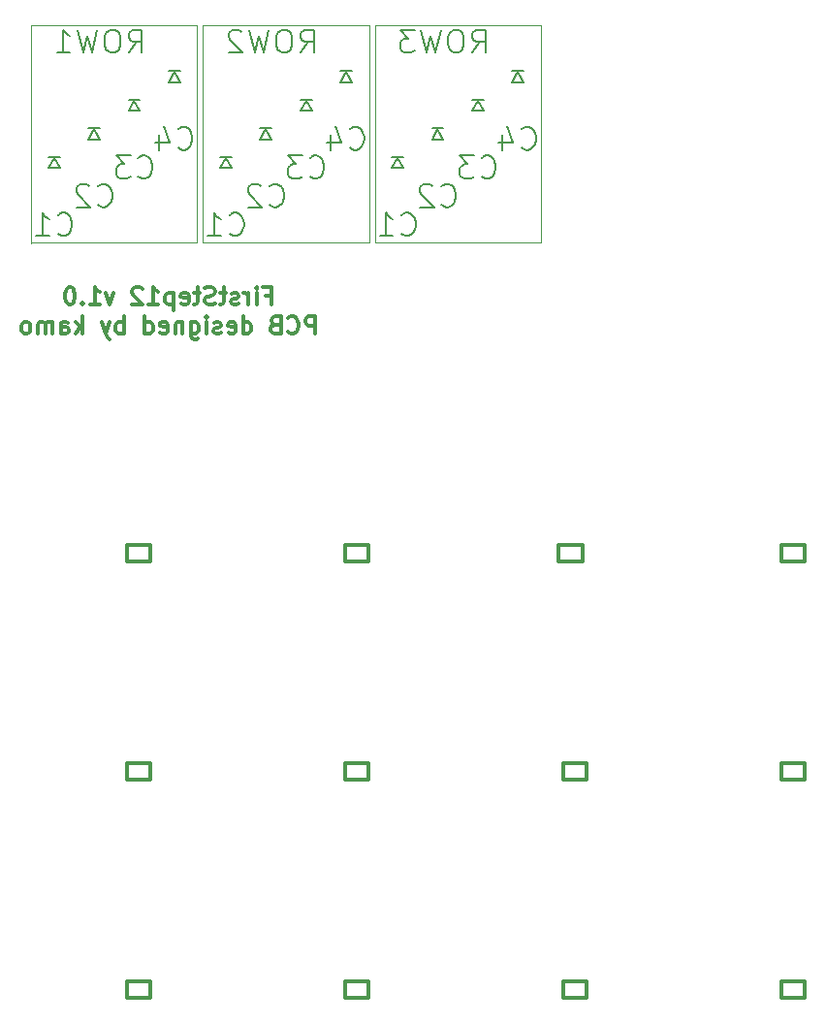
<source format=gbo>
G04 #@! TF.GenerationSoftware,KiCad,Pcbnew,5.1.6*
G04 #@! TF.CreationDate,2020-06-26T00:36:41+09:00*
G04 #@! TF.ProjectId,firststep12,66697273-7473-4746-9570-31322e6b6963,rev?*
G04 #@! TF.SameCoordinates,Original*
G04 #@! TF.FileFunction,Legend,Bot*
G04 #@! TF.FilePolarity,Positive*
%FSLAX46Y46*%
G04 Gerber Fmt 4.6, Leading zero omitted, Abs format (unit mm)*
G04 Created by KiCad (PCBNEW 5.1.6) date 2020-06-26 00:36:41*
%MOMM*%
%LPD*%
G01*
G04 APERTURE LIST*
%ADD10C,0.120000*%
%ADD11C,0.150000*%
%ADD12C,0.300000*%
%ADD13C,4.900000*%
%ADD14R,1.700000X1.100000*%
%ADD15R,1.497000X1.497000*%
%ADD16C,1.497000*%
%ADD17C,4.100000*%
%ADD18C,2.000000*%
%ADD19O,2.600000X2.100000*%
%ADD20C,2.100000*%
%ADD21C,1.624000*%
G04 APERTURE END LIST*
D10*
X116090000Y-66965000D02*
X116090000Y-47965000D01*
X130590000Y-66965000D02*
X116090000Y-66965000D01*
X116090000Y-47965000D02*
X130590000Y-47965000D01*
X130590000Y-47965000D02*
X130590000Y-66965000D01*
D11*
X128923333Y-58679285D02*
X129018571Y-58774523D01*
X129304285Y-58869761D01*
X129494761Y-58869761D01*
X129780476Y-58774523D01*
X129970952Y-58584047D01*
X130066190Y-58393571D01*
X130161428Y-58012619D01*
X130161428Y-57726904D01*
X130066190Y-57345952D01*
X129970952Y-57155476D01*
X129780476Y-56965000D01*
X129494761Y-56869761D01*
X129304285Y-56869761D01*
X129018571Y-56965000D01*
X128923333Y-57060238D01*
X127209047Y-57536428D02*
X127209047Y-58869761D01*
X127685238Y-56774523D02*
X128161428Y-58203095D01*
X126923333Y-58203095D01*
X125423333Y-61179285D02*
X125518571Y-61274523D01*
X125804285Y-61369761D01*
X125994761Y-61369761D01*
X126280476Y-61274523D01*
X126470952Y-61084047D01*
X126566190Y-60893571D01*
X126661428Y-60512619D01*
X126661428Y-60226904D01*
X126566190Y-59845952D01*
X126470952Y-59655476D01*
X126280476Y-59465000D01*
X125994761Y-59369761D01*
X125804285Y-59369761D01*
X125518571Y-59465000D01*
X125423333Y-59560238D01*
X124756666Y-59369761D02*
X123518571Y-59369761D01*
X124185238Y-60131666D01*
X123899523Y-60131666D01*
X123709047Y-60226904D01*
X123613809Y-60322142D01*
X123518571Y-60512619D01*
X123518571Y-60988809D01*
X123613809Y-61179285D01*
X123709047Y-61274523D01*
X123899523Y-61369761D01*
X124470952Y-61369761D01*
X124661428Y-61274523D01*
X124756666Y-61179285D01*
X121923333Y-63679285D02*
X122018571Y-63774523D01*
X122304285Y-63869761D01*
X122494761Y-63869761D01*
X122780476Y-63774523D01*
X122970952Y-63584047D01*
X123066190Y-63393571D01*
X123161428Y-63012619D01*
X123161428Y-62726904D01*
X123066190Y-62345952D01*
X122970952Y-62155476D01*
X122780476Y-61965000D01*
X122494761Y-61869761D01*
X122304285Y-61869761D01*
X122018571Y-61965000D01*
X121923333Y-62060238D01*
X121161428Y-62060238D02*
X121066190Y-61965000D01*
X120875714Y-61869761D01*
X120399523Y-61869761D01*
X120209047Y-61965000D01*
X120113809Y-62060238D01*
X120018571Y-62250714D01*
X120018571Y-62441190D01*
X120113809Y-62726904D01*
X121256666Y-63869761D01*
X120018571Y-63869761D01*
X118423333Y-66179285D02*
X118518571Y-66274523D01*
X118804285Y-66369761D01*
X118994761Y-66369761D01*
X119280476Y-66274523D01*
X119470952Y-66084047D01*
X119566190Y-65893571D01*
X119661428Y-65512619D01*
X119661428Y-65226904D01*
X119566190Y-64845952D01*
X119470952Y-64655476D01*
X119280476Y-64465000D01*
X118994761Y-64369761D01*
X118804285Y-64369761D01*
X118518571Y-64465000D01*
X118423333Y-64560238D01*
X116518571Y-66369761D02*
X117661428Y-66369761D01*
X117090000Y-66369761D02*
X117090000Y-64369761D01*
X117280476Y-64655476D01*
X117470952Y-64845952D01*
X117661428Y-64941190D01*
X124613809Y-50369761D02*
X125280476Y-49417380D01*
X125756666Y-50369761D02*
X125756666Y-48369761D01*
X124994761Y-48369761D01*
X124804285Y-48465000D01*
X124709047Y-48560238D01*
X124613809Y-48750714D01*
X124613809Y-49036428D01*
X124709047Y-49226904D01*
X124804285Y-49322142D01*
X124994761Y-49417380D01*
X125756666Y-49417380D01*
X123375714Y-48369761D02*
X122994761Y-48369761D01*
X122804285Y-48465000D01*
X122613809Y-48655476D01*
X122518571Y-49036428D01*
X122518571Y-49703095D01*
X122613809Y-50084047D01*
X122804285Y-50274523D01*
X122994761Y-50369761D01*
X123375714Y-50369761D01*
X123566190Y-50274523D01*
X123756666Y-50084047D01*
X123851904Y-49703095D01*
X123851904Y-49036428D01*
X123756666Y-48655476D01*
X123566190Y-48465000D01*
X123375714Y-48369761D01*
X121851904Y-48369761D02*
X121375714Y-50369761D01*
X120994761Y-48941190D01*
X120613809Y-50369761D01*
X120137619Y-48369761D01*
X119566190Y-48369761D02*
X118328095Y-48369761D01*
X118994761Y-49131666D01*
X118709047Y-49131666D01*
X118518571Y-49226904D01*
X118423333Y-49322142D01*
X118328095Y-49512619D01*
X118328095Y-49988809D01*
X118423333Y-50179285D01*
X118518571Y-50274523D01*
X118709047Y-50369761D01*
X119280476Y-50369761D01*
X119470952Y-50274523D01*
X119566190Y-50179285D01*
D10*
X115590000Y-47965000D02*
X115590000Y-66965000D01*
X101090000Y-66965000D02*
X101090000Y-47965000D01*
X101090000Y-47965000D02*
X115590000Y-47965000D01*
X115590000Y-66965000D02*
X101090000Y-66965000D01*
D11*
X113923333Y-58679285D02*
X114018571Y-58774523D01*
X114304285Y-58869761D01*
X114494761Y-58869761D01*
X114780476Y-58774523D01*
X114970952Y-58584047D01*
X115066190Y-58393571D01*
X115161428Y-58012619D01*
X115161428Y-57726904D01*
X115066190Y-57345952D01*
X114970952Y-57155476D01*
X114780476Y-56965000D01*
X114494761Y-56869761D01*
X114304285Y-56869761D01*
X114018571Y-56965000D01*
X113923333Y-57060238D01*
X112209047Y-57536428D02*
X112209047Y-58869761D01*
X112685238Y-56774523D02*
X113161428Y-58203095D01*
X111923333Y-58203095D01*
X110423333Y-61179285D02*
X110518571Y-61274523D01*
X110804285Y-61369761D01*
X110994761Y-61369761D01*
X111280476Y-61274523D01*
X111470952Y-61084047D01*
X111566190Y-60893571D01*
X111661428Y-60512619D01*
X111661428Y-60226904D01*
X111566190Y-59845952D01*
X111470952Y-59655476D01*
X111280476Y-59465000D01*
X110994761Y-59369761D01*
X110804285Y-59369761D01*
X110518571Y-59465000D01*
X110423333Y-59560238D01*
X109756666Y-59369761D02*
X108518571Y-59369761D01*
X109185238Y-60131666D01*
X108899523Y-60131666D01*
X108709047Y-60226904D01*
X108613809Y-60322142D01*
X108518571Y-60512619D01*
X108518571Y-60988809D01*
X108613809Y-61179285D01*
X108709047Y-61274523D01*
X108899523Y-61369761D01*
X109470952Y-61369761D01*
X109661428Y-61274523D01*
X109756666Y-61179285D01*
X106923333Y-63679285D02*
X107018571Y-63774523D01*
X107304285Y-63869761D01*
X107494761Y-63869761D01*
X107780476Y-63774523D01*
X107970952Y-63584047D01*
X108066190Y-63393571D01*
X108161428Y-63012619D01*
X108161428Y-62726904D01*
X108066190Y-62345952D01*
X107970952Y-62155476D01*
X107780476Y-61965000D01*
X107494761Y-61869761D01*
X107304285Y-61869761D01*
X107018571Y-61965000D01*
X106923333Y-62060238D01*
X106161428Y-62060238D02*
X106066190Y-61965000D01*
X105875714Y-61869761D01*
X105399523Y-61869761D01*
X105209047Y-61965000D01*
X105113809Y-62060238D01*
X105018571Y-62250714D01*
X105018571Y-62441190D01*
X105113809Y-62726904D01*
X106256666Y-63869761D01*
X105018571Y-63869761D01*
X103423333Y-66179285D02*
X103518571Y-66274523D01*
X103804285Y-66369761D01*
X103994761Y-66369761D01*
X104280476Y-66274523D01*
X104470952Y-66084047D01*
X104566190Y-65893571D01*
X104661428Y-65512619D01*
X104661428Y-65226904D01*
X104566190Y-64845952D01*
X104470952Y-64655476D01*
X104280476Y-64465000D01*
X103994761Y-64369761D01*
X103804285Y-64369761D01*
X103518571Y-64465000D01*
X103423333Y-64560238D01*
X101518571Y-66369761D02*
X102661428Y-66369761D01*
X102090000Y-66369761D02*
X102090000Y-64369761D01*
X102280476Y-64655476D01*
X102470952Y-64845952D01*
X102661428Y-64941190D01*
X109613809Y-50369761D02*
X110280476Y-49417380D01*
X110756666Y-50369761D02*
X110756666Y-48369761D01*
X109994761Y-48369761D01*
X109804285Y-48465000D01*
X109709047Y-48560238D01*
X109613809Y-48750714D01*
X109613809Y-49036428D01*
X109709047Y-49226904D01*
X109804285Y-49322142D01*
X109994761Y-49417380D01*
X110756666Y-49417380D01*
X108375714Y-48369761D02*
X107994761Y-48369761D01*
X107804285Y-48465000D01*
X107613809Y-48655476D01*
X107518571Y-49036428D01*
X107518571Y-49703095D01*
X107613809Y-50084047D01*
X107804285Y-50274523D01*
X107994761Y-50369761D01*
X108375714Y-50369761D01*
X108566190Y-50274523D01*
X108756666Y-50084047D01*
X108851904Y-49703095D01*
X108851904Y-49036428D01*
X108756666Y-48655476D01*
X108566190Y-48465000D01*
X108375714Y-48369761D01*
X106851904Y-48369761D02*
X106375714Y-50369761D01*
X105994761Y-48941190D01*
X105613809Y-50369761D01*
X105137619Y-48369761D01*
X104470952Y-48560238D02*
X104375714Y-48465000D01*
X104185238Y-48369761D01*
X103709047Y-48369761D01*
X103518571Y-48465000D01*
X103423333Y-48560238D01*
X103328095Y-48750714D01*
X103328095Y-48941190D01*
X103423333Y-49226904D01*
X104566190Y-50369761D01*
X103328095Y-50369761D01*
D10*
X100590000Y-66965000D02*
X86090000Y-66965000D01*
X100590000Y-47965000D02*
X100590000Y-66965000D01*
X86090000Y-47965000D02*
X100590000Y-47965000D01*
X86090000Y-67015000D02*
X86090000Y-48015000D01*
D11*
X94613809Y-50369761D02*
X95280476Y-49417380D01*
X95756666Y-50369761D02*
X95756666Y-48369761D01*
X94994761Y-48369761D01*
X94804285Y-48465000D01*
X94709047Y-48560238D01*
X94613809Y-48750714D01*
X94613809Y-49036428D01*
X94709047Y-49226904D01*
X94804285Y-49322142D01*
X94994761Y-49417380D01*
X95756666Y-49417380D01*
X93375714Y-48369761D02*
X92994761Y-48369761D01*
X92804285Y-48465000D01*
X92613809Y-48655476D01*
X92518571Y-49036428D01*
X92518571Y-49703095D01*
X92613809Y-50084047D01*
X92804285Y-50274523D01*
X92994761Y-50369761D01*
X93375714Y-50369761D01*
X93566190Y-50274523D01*
X93756666Y-50084047D01*
X93851904Y-49703095D01*
X93851904Y-49036428D01*
X93756666Y-48655476D01*
X93566190Y-48465000D01*
X93375714Y-48369761D01*
X91851904Y-48369761D02*
X91375714Y-50369761D01*
X90994761Y-48941190D01*
X90613809Y-50369761D01*
X90137619Y-48369761D01*
X88328095Y-50369761D02*
X89470952Y-50369761D01*
X88899523Y-50369761D02*
X88899523Y-48369761D01*
X89090000Y-48655476D01*
X89280476Y-48845952D01*
X89470952Y-48941190D01*
X98923333Y-58679285D02*
X99018571Y-58774523D01*
X99304285Y-58869761D01*
X99494761Y-58869761D01*
X99780476Y-58774523D01*
X99970952Y-58584047D01*
X100066190Y-58393571D01*
X100161428Y-58012619D01*
X100161428Y-57726904D01*
X100066190Y-57345952D01*
X99970952Y-57155476D01*
X99780476Y-56965000D01*
X99494761Y-56869761D01*
X99304285Y-56869761D01*
X99018571Y-56965000D01*
X98923333Y-57060238D01*
X97209047Y-57536428D02*
X97209047Y-58869761D01*
X97685238Y-56774523D02*
X98161428Y-58203095D01*
X96923333Y-58203095D01*
X95423333Y-61179285D02*
X95518571Y-61274523D01*
X95804285Y-61369761D01*
X95994761Y-61369761D01*
X96280476Y-61274523D01*
X96470952Y-61084047D01*
X96566190Y-60893571D01*
X96661428Y-60512619D01*
X96661428Y-60226904D01*
X96566190Y-59845952D01*
X96470952Y-59655476D01*
X96280476Y-59465000D01*
X95994761Y-59369761D01*
X95804285Y-59369761D01*
X95518571Y-59465000D01*
X95423333Y-59560238D01*
X94756666Y-59369761D02*
X93518571Y-59369761D01*
X94185238Y-60131666D01*
X93899523Y-60131666D01*
X93709047Y-60226904D01*
X93613809Y-60322142D01*
X93518571Y-60512619D01*
X93518571Y-60988809D01*
X93613809Y-61179285D01*
X93709047Y-61274523D01*
X93899523Y-61369761D01*
X94470952Y-61369761D01*
X94661428Y-61274523D01*
X94756666Y-61179285D01*
X91923333Y-63679285D02*
X92018571Y-63774523D01*
X92304285Y-63869761D01*
X92494761Y-63869761D01*
X92780476Y-63774523D01*
X92970952Y-63584047D01*
X93066190Y-63393571D01*
X93161428Y-63012619D01*
X93161428Y-62726904D01*
X93066190Y-62345952D01*
X92970952Y-62155476D01*
X92780476Y-61965000D01*
X92494761Y-61869761D01*
X92304285Y-61869761D01*
X92018571Y-61965000D01*
X91923333Y-62060238D01*
X91161428Y-62060238D02*
X91066190Y-61965000D01*
X90875714Y-61869761D01*
X90399523Y-61869761D01*
X90209047Y-61965000D01*
X90113809Y-62060238D01*
X90018571Y-62250714D01*
X90018571Y-62441190D01*
X90113809Y-62726904D01*
X91256666Y-63869761D01*
X90018571Y-63869761D01*
X88423333Y-66179285D02*
X88518571Y-66274523D01*
X88804285Y-66369761D01*
X88994761Y-66369761D01*
X89280476Y-66274523D01*
X89470952Y-66084047D01*
X89566190Y-65893571D01*
X89661428Y-65512619D01*
X89661428Y-65226904D01*
X89566190Y-64845952D01*
X89470952Y-64655476D01*
X89280476Y-64465000D01*
X88994761Y-64369761D01*
X88804285Y-64369761D01*
X88518571Y-64465000D01*
X88423333Y-64560238D01*
X86518571Y-66369761D02*
X87661428Y-66369761D01*
X87090000Y-66369761D02*
X87090000Y-64369761D01*
X87280476Y-64655476D01*
X87470952Y-64845952D01*
X87661428Y-64941190D01*
D12*
X106554285Y-71582857D02*
X107054285Y-71582857D01*
X107054285Y-72368571D02*
X107054285Y-70868571D01*
X106340000Y-70868571D01*
X105768571Y-72368571D02*
X105768571Y-71368571D01*
X105768571Y-70868571D02*
X105840000Y-70940000D01*
X105768571Y-71011428D01*
X105697142Y-70940000D01*
X105768571Y-70868571D01*
X105768571Y-71011428D01*
X105054285Y-72368571D02*
X105054285Y-71368571D01*
X105054285Y-71654285D02*
X104982857Y-71511428D01*
X104911428Y-71440000D01*
X104768571Y-71368571D01*
X104625714Y-71368571D01*
X104197142Y-72297142D02*
X104054285Y-72368571D01*
X103768571Y-72368571D01*
X103625714Y-72297142D01*
X103554285Y-72154285D01*
X103554285Y-72082857D01*
X103625714Y-71940000D01*
X103768571Y-71868571D01*
X103982857Y-71868571D01*
X104125714Y-71797142D01*
X104197142Y-71654285D01*
X104197142Y-71582857D01*
X104125714Y-71440000D01*
X103982857Y-71368571D01*
X103768571Y-71368571D01*
X103625714Y-71440000D01*
X103125714Y-71368571D02*
X102554285Y-71368571D01*
X102911428Y-70868571D02*
X102911428Y-72154285D01*
X102840000Y-72297142D01*
X102697142Y-72368571D01*
X102554285Y-72368571D01*
X102125714Y-72297142D02*
X101911428Y-72368571D01*
X101554285Y-72368571D01*
X101411428Y-72297142D01*
X101340000Y-72225714D01*
X101268571Y-72082857D01*
X101268571Y-71940000D01*
X101340000Y-71797142D01*
X101411428Y-71725714D01*
X101554285Y-71654285D01*
X101840000Y-71582857D01*
X101982857Y-71511428D01*
X102054285Y-71440000D01*
X102125714Y-71297142D01*
X102125714Y-71154285D01*
X102054285Y-71011428D01*
X101982857Y-70940000D01*
X101840000Y-70868571D01*
X101482857Y-70868571D01*
X101268571Y-70940000D01*
X100840000Y-71368571D02*
X100268571Y-71368571D01*
X100625714Y-70868571D02*
X100625714Y-72154285D01*
X100554285Y-72297142D01*
X100411428Y-72368571D01*
X100268571Y-72368571D01*
X99197142Y-72297142D02*
X99340000Y-72368571D01*
X99625714Y-72368571D01*
X99768571Y-72297142D01*
X99840000Y-72154285D01*
X99840000Y-71582857D01*
X99768571Y-71440000D01*
X99625714Y-71368571D01*
X99340000Y-71368571D01*
X99197142Y-71440000D01*
X99125714Y-71582857D01*
X99125714Y-71725714D01*
X99840000Y-71868571D01*
X98482857Y-71368571D02*
X98482857Y-72868571D01*
X98482857Y-71440000D02*
X98340000Y-71368571D01*
X98054285Y-71368571D01*
X97911428Y-71440000D01*
X97840000Y-71511428D01*
X97768571Y-71654285D01*
X97768571Y-72082857D01*
X97840000Y-72225714D01*
X97911428Y-72297142D01*
X98054285Y-72368571D01*
X98340000Y-72368571D01*
X98482857Y-72297142D01*
X96340000Y-72368571D02*
X97197142Y-72368571D01*
X96768571Y-72368571D02*
X96768571Y-70868571D01*
X96911428Y-71082857D01*
X97054285Y-71225714D01*
X97197142Y-71297142D01*
X95768571Y-71011428D02*
X95697142Y-70940000D01*
X95554285Y-70868571D01*
X95197142Y-70868571D01*
X95054285Y-70940000D01*
X94982857Y-71011428D01*
X94911428Y-71154285D01*
X94911428Y-71297142D01*
X94982857Y-71511428D01*
X95840000Y-72368571D01*
X94911428Y-72368571D01*
X93268571Y-71368571D02*
X92911428Y-72368571D01*
X92554285Y-71368571D01*
X91197142Y-72368571D02*
X92054285Y-72368571D01*
X91625714Y-72368571D02*
X91625714Y-70868571D01*
X91768571Y-71082857D01*
X91911428Y-71225714D01*
X92054285Y-71297142D01*
X90554285Y-72225714D02*
X90482857Y-72297142D01*
X90554285Y-72368571D01*
X90625714Y-72297142D01*
X90554285Y-72225714D01*
X90554285Y-72368571D01*
X89554285Y-70868571D02*
X89411428Y-70868571D01*
X89268571Y-70940000D01*
X89197142Y-71011428D01*
X89125714Y-71154285D01*
X89054285Y-71440000D01*
X89054285Y-71797142D01*
X89125714Y-72082857D01*
X89197142Y-72225714D01*
X89268571Y-72297142D01*
X89411428Y-72368571D01*
X89554285Y-72368571D01*
X89697142Y-72297142D01*
X89768571Y-72225714D01*
X89840000Y-72082857D01*
X89911428Y-71797142D01*
X89911428Y-71440000D01*
X89840000Y-71154285D01*
X89768571Y-71011428D01*
X89697142Y-70940000D01*
X89554285Y-70868571D01*
X110875714Y-74918571D02*
X110875714Y-73418571D01*
X110304285Y-73418571D01*
X110161428Y-73490000D01*
X110090000Y-73561428D01*
X110018571Y-73704285D01*
X110018571Y-73918571D01*
X110090000Y-74061428D01*
X110161428Y-74132857D01*
X110304285Y-74204285D01*
X110875714Y-74204285D01*
X108518571Y-74775714D02*
X108590000Y-74847142D01*
X108804285Y-74918571D01*
X108947142Y-74918571D01*
X109161428Y-74847142D01*
X109304285Y-74704285D01*
X109375714Y-74561428D01*
X109447142Y-74275714D01*
X109447142Y-74061428D01*
X109375714Y-73775714D01*
X109304285Y-73632857D01*
X109161428Y-73490000D01*
X108947142Y-73418571D01*
X108804285Y-73418571D01*
X108590000Y-73490000D01*
X108518571Y-73561428D01*
X107375714Y-74132857D02*
X107161428Y-74204285D01*
X107090000Y-74275714D01*
X107018571Y-74418571D01*
X107018571Y-74632857D01*
X107090000Y-74775714D01*
X107161428Y-74847142D01*
X107304285Y-74918571D01*
X107875714Y-74918571D01*
X107875714Y-73418571D01*
X107375714Y-73418571D01*
X107232857Y-73490000D01*
X107161428Y-73561428D01*
X107090000Y-73704285D01*
X107090000Y-73847142D01*
X107161428Y-73990000D01*
X107232857Y-74061428D01*
X107375714Y-74132857D01*
X107875714Y-74132857D01*
X104590000Y-74918571D02*
X104590000Y-73418571D01*
X104590000Y-74847142D02*
X104732857Y-74918571D01*
X105018571Y-74918571D01*
X105161428Y-74847142D01*
X105232857Y-74775714D01*
X105304285Y-74632857D01*
X105304285Y-74204285D01*
X105232857Y-74061428D01*
X105161428Y-73990000D01*
X105018571Y-73918571D01*
X104732857Y-73918571D01*
X104590000Y-73990000D01*
X103304285Y-74847142D02*
X103447142Y-74918571D01*
X103732857Y-74918571D01*
X103875714Y-74847142D01*
X103947142Y-74704285D01*
X103947142Y-74132857D01*
X103875714Y-73990000D01*
X103732857Y-73918571D01*
X103447142Y-73918571D01*
X103304285Y-73990000D01*
X103232857Y-74132857D01*
X103232857Y-74275714D01*
X103947142Y-74418571D01*
X102661428Y-74847142D02*
X102518571Y-74918571D01*
X102232857Y-74918571D01*
X102090000Y-74847142D01*
X102018571Y-74704285D01*
X102018571Y-74632857D01*
X102090000Y-74490000D01*
X102232857Y-74418571D01*
X102447142Y-74418571D01*
X102590000Y-74347142D01*
X102661428Y-74204285D01*
X102661428Y-74132857D01*
X102590000Y-73990000D01*
X102447142Y-73918571D01*
X102232857Y-73918571D01*
X102090000Y-73990000D01*
X101375714Y-74918571D02*
X101375714Y-73918571D01*
X101375714Y-73418571D02*
X101447142Y-73490000D01*
X101375714Y-73561428D01*
X101304285Y-73490000D01*
X101375714Y-73418571D01*
X101375714Y-73561428D01*
X100018571Y-73918571D02*
X100018571Y-75132857D01*
X100090000Y-75275714D01*
X100161428Y-75347142D01*
X100304285Y-75418571D01*
X100518571Y-75418571D01*
X100661428Y-75347142D01*
X100018571Y-74847142D02*
X100161428Y-74918571D01*
X100447142Y-74918571D01*
X100590000Y-74847142D01*
X100661428Y-74775714D01*
X100732857Y-74632857D01*
X100732857Y-74204285D01*
X100661428Y-74061428D01*
X100590000Y-73990000D01*
X100447142Y-73918571D01*
X100161428Y-73918571D01*
X100018571Y-73990000D01*
X99304285Y-73918571D02*
X99304285Y-74918571D01*
X99304285Y-74061428D02*
X99232857Y-73990000D01*
X99090000Y-73918571D01*
X98875714Y-73918571D01*
X98732857Y-73990000D01*
X98661428Y-74132857D01*
X98661428Y-74918571D01*
X97375714Y-74847142D02*
X97518571Y-74918571D01*
X97804285Y-74918571D01*
X97947142Y-74847142D01*
X98018571Y-74704285D01*
X98018571Y-74132857D01*
X97947142Y-73990000D01*
X97804285Y-73918571D01*
X97518571Y-73918571D01*
X97375714Y-73990000D01*
X97304285Y-74132857D01*
X97304285Y-74275714D01*
X98018571Y-74418571D01*
X96018571Y-74918571D02*
X96018571Y-73418571D01*
X96018571Y-74847142D02*
X96161428Y-74918571D01*
X96447142Y-74918571D01*
X96590000Y-74847142D01*
X96661428Y-74775714D01*
X96732857Y-74632857D01*
X96732857Y-74204285D01*
X96661428Y-74061428D01*
X96590000Y-73990000D01*
X96447142Y-73918571D01*
X96161428Y-73918571D01*
X96018571Y-73990000D01*
X94161428Y-74918571D02*
X94161428Y-73418571D01*
X94161428Y-73990000D02*
X94018571Y-73918571D01*
X93732857Y-73918571D01*
X93590000Y-73990000D01*
X93518571Y-74061428D01*
X93447142Y-74204285D01*
X93447142Y-74632857D01*
X93518571Y-74775714D01*
X93590000Y-74847142D01*
X93732857Y-74918571D01*
X94018571Y-74918571D01*
X94161428Y-74847142D01*
X92947142Y-73918571D02*
X92590000Y-74918571D01*
X92232857Y-73918571D02*
X92590000Y-74918571D01*
X92732857Y-75275714D01*
X92804285Y-75347142D01*
X92947142Y-75418571D01*
X90518571Y-74918571D02*
X90518571Y-73418571D01*
X90375714Y-74347142D02*
X89947142Y-74918571D01*
X89947142Y-73918571D02*
X90518571Y-74490000D01*
X88661428Y-74918571D02*
X88661428Y-74132857D01*
X88732857Y-73990000D01*
X88875714Y-73918571D01*
X89161428Y-73918571D01*
X89304285Y-73990000D01*
X88661428Y-74847142D02*
X88804285Y-74918571D01*
X89161428Y-74918571D01*
X89304285Y-74847142D01*
X89375714Y-74704285D01*
X89375714Y-74561428D01*
X89304285Y-74418571D01*
X89161428Y-74347142D01*
X88804285Y-74347142D01*
X88661428Y-74275714D01*
X87947142Y-74918571D02*
X87947142Y-73918571D01*
X87947142Y-74061428D02*
X87875714Y-73990000D01*
X87732857Y-73918571D01*
X87518571Y-73918571D01*
X87375714Y-73990000D01*
X87304285Y-74132857D01*
X87304285Y-74918571D01*
X87304285Y-74132857D02*
X87232857Y-73990000D01*
X87090000Y-73918571D01*
X86875714Y-73918571D01*
X86732857Y-73990000D01*
X86661428Y-74132857D01*
X86661428Y-74918571D01*
X85732857Y-74918571D02*
X85875714Y-74847142D01*
X85947142Y-74775714D01*
X86018571Y-74632857D01*
X86018571Y-74204285D01*
X85947142Y-74061428D01*
X85875714Y-73990000D01*
X85732857Y-73918571D01*
X85518571Y-73918571D01*
X85375714Y-73990000D01*
X85304285Y-74061428D01*
X85232857Y-74204285D01*
X85232857Y-74632857D01*
X85304285Y-74775714D01*
X85375714Y-74847142D01*
X85518571Y-74918571D01*
X85732857Y-74918571D01*
G04 #@! TO.C,L3*
X134220000Y-93365000D02*
X134220000Y-94815000D01*
X134220000Y-94815000D02*
X132170000Y-94815000D01*
X132170000Y-94815000D02*
X132170000Y-93365000D01*
X132170000Y-93365000D02*
X134220000Y-93365000D01*
G04 #@! TO.C,L2*
X115570000Y-93365000D02*
X115570000Y-94815000D01*
X115570000Y-94815000D02*
X113520000Y-94815000D01*
X113520000Y-94815000D02*
X113520000Y-93365000D01*
X113520000Y-93365000D02*
X115570000Y-93365000D01*
G04 #@! TO.C,L1*
X96520000Y-93365000D02*
X96520000Y-94815000D01*
X96520000Y-94815000D02*
X94470000Y-94815000D01*
X94470000Y-94815000D02*
X94470000Y-93365000D01*
X94470000Y-93365000D02*
X96520000Y-93365000D01*
G04 #@! TO.C,L4*
X153670000Y-93365000D02*
X153670000Y-94815000D01*
X153670000Y-94815000D02*
X151620000Y-94815000D01*
X151620000Y-94815000D02*
X151620000Y-93365000D01*
X151620000Y-93365000D02*
X153670000Y-93365000D01*
G04 #@! TO.C,L5*
X96520000Y-112415000D02*
X96520000Y-113865000D01*
X96520000Y-113865000D02*
X94470000Y-113865000D01*
X94470000Y-113865000D02*
X94470000Y-112415000D01*
X94470000Y-112415000D02*
X96520000Y-112415000D01*
G04 #@! TO.C,L6*
X115570000Y-112415000D02*
X115570000Y-113865000D01*
X115570000Y-113865000D02*
X113520000Y-113865000D01*
X113520000Y-113865000D02*
X113520000Y-112415000D01*
X113520000Y-112415000D02*
X115570000Y-112415000D01*
G04 #@! TO.C,L7*
X134620000Y-112415000D02*
X134620000Y-113865000D01*
X134620000Y-113865000D02*
X132570000Y-113865000D01*
X132570000Y-113865000D02*
X132570000Y-112415000D01*
X132570000Y-112415000D02*
X134620000Y-112415000D01*
G04 #@! TO.C,L8*
X153670000Y-112415000D02*
X153670000Y-113865000D01*
X153670000Y-113865000D02*
X151620000Y-113865000D01*
X151620000Y-113865000D02*
X151620000Y-112415000D01*
X151620000Y-112415000D02*
X153670000Y-112415000D01*
G04 #@! TO.C,L9*
X96520000Y-131465000D02*
X96520000Y-132915000D01*
X96520000Y-132915000D02*
X94470000Y-132915000D01*
X94470000Y-132915000D02*
X94470000Y-131465000D01*
X94470000Y-131465000D02*
X96520000Y-131465000D01*
G04 #@! TO.C,L10*
X115570000Y-131465000D02*
X115570000Y-132915000D01*
X115570000Y-132915000D02*
X113520000Y-132915000D01*
X113520000Y-132915000D02*
X113520000Y-131465000D01*
X113520000Y-131465000D02*
X115570000Y-131465000D01*
G04 #@! TO.C,L11*
X134620000Y-131465000D02*
X134620000Y-132915000D01*
X134620000Y-132915000D02*
X132570000Y-132915000D01*
X132570000Y-132915000D02*
X132570000Y-131465000D01*
X132570000Y-131465000D02*
X134620000Y-131465000D01*
G04 #@! TO.C,L12*
X153670000Y-131465000D02*
X153670000Y-132915000D01*
X153670000Y-132915000D02*
X151620000Y-132915000D01*
X151620000Y-132915000D02*
X151620000Y-131465000D01*
X151620000Y-131465000D02*
X153670000Y-131465000D01*
D11*
G04 #@! TO.C,D1*
X88090000Y-59565000D02*
X88590000Y-60465000D01*
X88590000Y-60465000D02*
X87590000Y-60465000D01*
X87590000Y-60465000D02*
X88090000Y-59565000D01*
X88590000Y-59465000D02*
X87590000Y-59465000D01*
G04 #@! TO.C,D2*
X92090000Y-56965000D02*
X91090000Y-56965000D01*
X91090000Y-57965000D02*
X91590000Y-57065000D01*
X92090000Y-57965000D02*
X91090000Y-57965000D01*
X91590000Y-57065000D02*
X92090000Y-57965000D01*
G04 #@! TO.C,D3*
X95590000Y-54465000D02*
X94590000Y-54465000D01*
X94590000Y-55465000D02*
X95090000Y-54565000D01*
X95590000Y-55465000D02*
X94590000Y-55465000D01*
X95090000Y-54565000D02*
X95590000Y-55465000D01*
G04 #@! TO.C,D4*
X98590000Y-52065000D02*
X99090000Y-52965000D01*
X99090000Y-52965000D02*
X98090000Y-52965000D01*
X98090000Y-52965000D02*
X98590000Y-52065000D01*
X99090000Y-51965000D02*
X98090000Y-51965000D01*
G04 #@! TO.C,D5*
X103090000Y-59565000D02*
X103590000Y-60465000D01*
X103590000Y-60465000D02*
X102590000Y-60465000D01*
X102590000Y-60465000D02*
X103090000Y-59565000D01*
X103590000Y-59465000D02*
X102590000Y-59465000D01*
G04 #@! TO.C,D6*
X107090000Y-56965000D02*
X106090000Y-56965000D01*
X106090000Y-57965000D02*
X106590000Y-57065000D01*
X107090000Y-57965000D02*
X106090000Y-57965000D01*
X106590000Y-57065000D02*
X107090000Y-57965000D01*
G04 #@! TO.C,D7*
X110090000Y-54565000D02*
X110590000Y-55465000D01*
X110590000Y-55465000D02*
X109590000Y-55465000D01*
X109590000Y-55465000D02*
X110090000Y-54565000D01*
X110590000Y-54465000D02*
X109590000Y-54465000D01*
G04 #@! TO.C,D8*
X114090000Y-51965000D02*
X113090000Y-51965000D01*
X113090000Y-52965000D02*
X113590000Y-52065000D01*
X114090000Y-52965000D02*
X113090000Y-52965000D01*
X113590000Y-52065000D02*
X114090000Y-52965000D01*
G04 #@! TO.C,D9*
X118590000Y-59465000D02*
X117590000Y-59465000D01*
X117590000Y-60465000D02*
X118090000Y-59565000D01*
X118590000Y-60465000D02*
X117590000Y-60465000D01*
X118090000Y-59565000D02*
X118590000Y-60465000D01*
G04 #@! TO.C,D10*
X121590000Y-57065000D02*
X122090000Y-57965000D01*
X122090000Y-57965000D02*
X121090000Y-57965000D01*
X121090000Y-57965000D02*
X121590000Y-57065000D01*
X122090000Y-56965000D02*
X121090000Y-56965000D01*
G04 #@! TO.C,D11*
X125590000Y-54465000D02*
X124590000Y-54465000D01*
X124590000Y-55465000D02*
X125090000Y-54565000D01*
X125590000Y-55465000D02*
X124590000Y-55465000D01*
X125090000Y-54565000D02*
X125590000Y-55465000D01*
G04 #@! TO.C,D12*
X128590000Y-52065000D02*
X129090000Y-52965000D01*
X129090000Y-52965000D02*
X128090000Y-52965000D01*
X128090000Y-52965000D02*
X128590000Y-52065000D01*
X129090000Y-51965000D02*
X128090000Y-51965000D01*
G04 #@! TD*
G04 #@! TO.C,U1*
G04 #@! TD*
%LPC*%
D13*
G04 #@! TO.C,H2*
X83090000Y-67465000D03*
G04 #@! TD*
D14*
G04 #@! TO.C,L3*
X128390000Y-95840000D03*
X128390000Y-94090000D03*
X133190000Y-94090000D03*
X133190000Y-95840000D03*
G04 #@! TD*
G04 #@! TO.C,L2*
X109740000Y-95840000D03*
X109740000Y-94090000D03*
X114540000Y-94090000D03*
X114540000Y-95840000D03*
G04 #@! TD*
G04 #@! TO.C,L1*
X90690000Y-95840000D03*
X90690000Y-94090000D03*
X95490000Y-94090000D03*
X95490000Y-95840000D03*
G04 #@! TD*
G04 #@! TO.C,L4*
X147840000Y-95840000D03*
X147840000Y-94090000D03*
X152640000Y-94090000D03*
X152640000Y-95840000D03*
G04 #@! TD*
G04 #@! TO.C,L5*
X90690000Y-114890000D03*
X90690000Y-113140000D03*
X95490000Y-113140000D03*
X95490000Y-114890000D03*
G04 #@! TD*
G04 #@! TO.C,L6*
X109740000Y-114890000D03*
X109740000Y-113140000D03*
X114540000Y-113140000D03*
X114540000Y-114890000D03*
G04 #@! TD*
G04 #@! TO.C,L7*
X128790000Y-114890000D03*
X128790000Y-113140000D03*
X133590000Y-113140000D03*
X133590000Y-114890000D03*
G04 #@! TD*
G04 #@! TO.C,L8*
X147840000Y-114890000D03*
X147840000Y-113140000D03*
X152640000Y-113140000D03*
X152640000Y-114890000D03*
G04 #@! TD*
G04 #@! TO.C,L9*
X90690000Y-133940000D03*
X90690000Y-132190000D03*
X95490000Y-132190000D03*
X95490000Y-133940000D03*
G04 #@! TD*
G04 #@! TO.C,L10*
X109740000Y-133940000D03*
X109740000Y-132190000D03*
X114540000Y-132190000D03*
X114540000Y-133940000D03*
G04 #@! TD*
G04 #@! TO.C,L11*
X128790000Y-133940000D03*
X128790000Y-132190000D03*
X133590000Y-132190000D03*
X133590000Y-133940000D03*
G04 #@! TD*
G04 #@! TO.C,L12*
X147840000Y-133940000D03*
X147840000Y-132190000D03*
X152640000Y-132190000D03*
X152640000Y-133940000D03*
G04 #@! TD*
D13*
G04 #@! TO.C,H1*
X83090000Y-47465000D03*
G04 #@! TD*
G04 #@! TO.C,H4*
X160240000Y-78965000D03*
G04 #@! TD*
G04 #@! TO.C,H3*
X83090000Y-78965000D03*
G04 #@! TD*
G04 #@! TO.C,H6*
X160240000Y-137065000D03*
G04 #@! TD*
G04 #@! TO.C,H5*
X83090000Y-137065000D03*
G04 #@! TD*
D15*
G04 #@! TO.C,D1*
X88090000Y-56965000D03*
D16*
X88090000Y-62965000D03*
G04 #@! TD*
G04 #@! TO.C,D2*
X91590000Y-60465000D03*
D15*
X91590000Y-54465000D03*
G04 #@! TD*
D16*
G04 #@! TO.C,D3*
X95090000Y-57965000D03*
D15*
X95090000Y-51965000D03*
G04 #@! TD*
G04 #@! TO.C,D4*
X98590000Y-49465000D03*
D16*
X98590000Y-55465000D03*
G04 #@! TD*
D15*
G04 #@! TO.C,D5*
X103090000Y-56965000D03*
D16*
X103090000Y-62965000D03*
G04 #@! TD*
G04 #@! TO.C,D6*
X106590000Y-60465000D03*
D15*
X106590000Y-54465000D03*
G04 #@! TD*
G04 #@! TO.C,D7*
X110090000Y-51965000D03*
D16*
X110090000Y-57965000D03*
G04 #@! TD*
G04 #@! TO.C,D8*
X113590000Y-55465000D03*
D15*
X113590000Y-49465000D03*
G04 #@! TD*
D16*
G04 #@! TO.C,D9*
X118090000Y-62965000D03*
D15*
X118090000Y-56965000D03*
G04 #@! TD*
G04 #@! TO.C,D10*
X121590000Y-54465000D03*
D16*
X121590000Y-60465000D03*
G04 #@! TD*
G04 #@! TO.C,D11*
X125090000Y-57965000D03*
D15*
X125090000Y-51965000D03*
G04 #@! TD*
G04 #@! TO.C,D12*
X128590000Y-49465000D03*
D16*
X128590000Y-55465000D03*
G04 #@! TD*
D17*
G04 #@! TO.C,SW1*
X93090000Y-88965000D03*
D18*
X87590000Y-88965000D03*
X98590000Y-88965000D03*
D19*
X95630000Y-83885000D03*
X89280000Y-86425000D03*
G04 #@! TD*
G04 #@! TO.C,SW2*
X108330000Y-86425000D03*
X114680000Y-83885000D03*
D18*
X117640000Y-88965000D03*
X106640000Y-88965000D03*
D17*
X112140000Y-88965000D03*
G04 #@! TD*
G04 #@! TO.C,SW3*
X131190000Y-88965000D03*
D18*
X125690000Y-88965000D03*
X136690000Y-88965000D03*
D19*
X133730000Y-83885000D03*
X127380000Y-86425000D03*
G04 #@! TD*
G04 #@! TO.C,SW4*
X146430000Y-86425000D03*
X152780000Y-83885000D03*
D18*
X155740000Y-88965000D03*
X144740000Y-88965000D03*
D17*
X150240000Y-88965000D03*
G04 #@! TD*
D19*
G04 #@! TO.C,SW5*
X89280000Y-105475000D03*
X95630000Y-102935000D03*
D18*
X98590000Y-108015000D03*
X87590000Y-108015000D03*
D17*
X93090000Y-108015000D03*
G04 #@! TD*
G04 #@! TO.C,SW6*
X112140000Y-108015000D03*
D18*
X106640000Y-108015000D03*
X117640000Y-108015000D03*
D19*
X114680000Y-102935000D03*
X108330000Y-105475000D03*
G04 #@! TD*
G04 #@! TO.C,SW7*
X127380000Y-105475000D03*
X133730000Y-102935000D03*
D18*
X136690000Y-108015000D03*
X125690000Y-108015000D03*
D17*
X131190000Y-108015000D03*
G04 #@! TD*
G04 #@! TO.C,SW8*
X150240000Y-108015000D03*
D18*
X144740000Y-108015000D03*
X155740000Y-108015000D03*
D19*
X152780000Y-102935000D03*
X146430000Y-105475000D03*
G04 #@! TD*
G04 #@! TO.C,SW9*
X89280000Y-124525000D03*
X95630000Y-121985000D03*
D18*
X98590000Y-127065000D03*
X87590000Y-127065000D03*
D17*
X93090000Y-127065000D03*
G04 #@! TD*
G04 #@! TO.C,SW10*
X112140000Y-127065000D03*
D18*
X106640000Y-127065000D03*
X117640000Y-127065000D03*
D19*
X114680000Y-121985000D03*
X108330000Y-124525000D03*
G04 #@! TD*
D17*
G04 #@! TO.C,SW11*
X131190000Y-127065000D03*
D18*
X125690000Y-127065000D03*
X136690000Y-127065000D03*
D19*
X133730000Y-121985000D03*
X127380000Y-124525000D03*
G04 #@! TD*
G04 #@! TO.C,SW12*
X146430000Y-124525000D03*
X152780000Y-121985000D03*
D18*
X155740000Y-127065000D03*
X144740000Y-127065000D03*
D17*
X150240000Y-127065000D03*
G04 #@! TD*
D20*
G04 #@! TO.C,SW13*
X124340000Y-44465000D03*
X130840000Y-44465000D03*
G04 #@! TD*
D21*
G04 #@! TO.C,U1*
X160468000Y-64976400D03*
X157928000Y-64976400D03*
X155388000Y-64976400D03*
X152848000Y-64976400D03*
X150308000Y-64976400D03*
X147768000Y-64976400D03*
X145228000Y-64976400D03*
X142688000Y-64976400D03*
X140148000Y-64976400D03*
X137608000Y-64976400D03*
X135068000Y-64976400D03*
X132528000Y-64976400D03*
X132528000Y-49756400D03*
X135068000Y-49756400D03*
X137608000Y-49756400D03*
X140148000Y-49756400D03*
X142688000Y-49756400D03*
X145228000Y-49756400D03*
X147768000Y-49756400D03*
X150308000Y-49756400D03*
X152848000Y-49756400D03*
X155388000Y-49756400D03*
X157928000Y-49756400D03*
X160468000Y-49756400D03*
G04 #@! TD*
M02*

</source>
